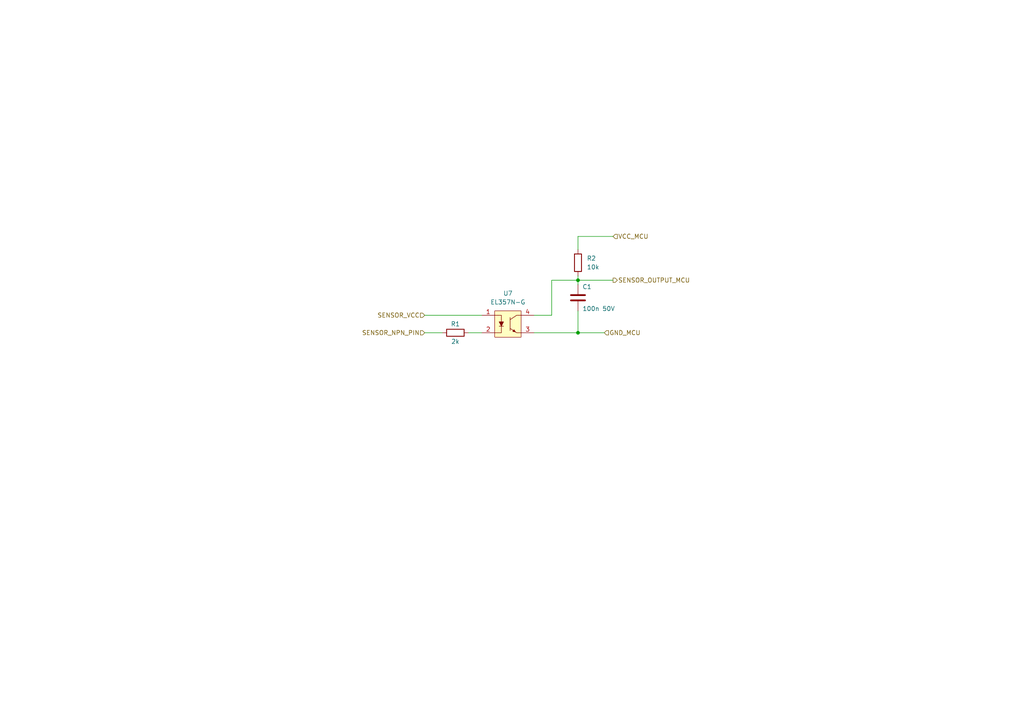
<source format=kicad_sch>
(kicad_sch (version 20211123) (generator eeschema)
  (paper "A4")
  (lib_symbols
    (symbol "Device:C" (pin_numbers hide) (pin_names (offset 0.254))
      (property "Reference" "C" (at 0.635 2.54 0))
      (property "Value" "C" (at 0.635 -2.54 0))
      (symbol "C_0_1"
        (polyline (pts (xy -2.032 -0.762) (xy 2.032 -0.762)) (stroke (width 0.508)))
        (polyline (pts (xy -2.032 0.762) (xy 2.032 0.762)) (stroke (width 0.508)))
      )
      (symbol "C_1_1"
        (pin passive line (at 0 3.81 270) (length 2.794) (name "~") (number "1"))
        (pin passive line (at 0 -3.81 90) (length 2.794) (name "~") (number "2"))
      )
    )
    (symbol "Device:R" (pin_numbers hide) (pin_names (offset 0))
      (property "Reference" "R" (at 2.032 0 90))
      (property "Value" "R" (at 0 0 90))
      (symbol "R_0_1"
        (rectangle (start -1.016 -2.54) (end 1.016 2.54) (stroke (width 0.254)))
      )
      (symbol "R_1_1"
        (pin passive line (at 0 3.81 270) (length 1.27) (name "~") (number "1"))
        (pin passive line (at 0 -3.81 90) (length 1.27) (name "~") (number "2"))
      )
    )
    (symbol "PersonnalSymbolLibrary:EL357N-G"
      (property "Reference" "U" (at -1.27 7.62 0))
      (property "Value" "EL357N-G" (at 0 5.08 0))
      (symbol "EL357N-G_0_1"
        (rectangle (start -3.81 3.81) (end 3.81 -3.81) (fill (type background)))
        (polyline (pts (xy -2.54 -0.635) (xy -1.27 -0.635)))
        (polyline (pts (xy 0.635 1.905) (xy 0.635 -1.905)))
        (polyline (pts (xy -3.81 -2.54) (xy -1.905 -2.54) (xy -1.905 -0.635)))
        (polyline (pts (xy -3.81 2.54) (xy -1.905 2.54) (xy -1.905 0.635)))
        (polyline (pts (xy 0.635 -1.27) (xy 2.54 -2.54) (xy 3.81 -2.54)))
        (polyline (pts (xy 0.635 1.27) (xy 2.54 2.54) (xy 3.81 2.54)))
        (polyline (pts (xy -2.54 0.635) (xy -1.27 0.635) (xy -1.905 -0.635) (xy -2.54 0.635)) (fill (type outline)))
        (polyline (pts (xy 2.159 -2.286) (xy 1.778 -1.651) (xy 1.397 -2.159) (xy 2.159 -2.286)) (fill (type outline)))
      )
      (symbol "EL357N-G_1_1"
        (pin passive line (at -7.62 2.54 0) (length 3.81) (name "~") (number "1"))
        (pin passive line (at -7.62 -2.54 0) (length 3.81) (name "~") (number "2"))
        (pin passive line (at 7.62 -2.54 180) (length 3.81) (name "~") (number "3"))
        (pin passive line (at 7.62 2.54 180) (length 3.81) (name "~") (number "4"))
      )
    )
  )
  (junction (at 167.64 81.28))
  (junction (at 167.64 96.52))
  (wire (pts (xy 167.64 68.58) (xy 177.8 68.58)))
  (wire (pts (xy 167.64 81.28) (xy 167.64 82.55)))
  (wire (pts (xy 167.64 68.58) (xy 167.64 72.39)))
  (wire (pts (xy 167.64 80.01) (xy 167.64 81.28)))
  (wire (pts (xy 154.94 91.44) (xy 160.02 91.44)))
  (wire (pts (xy 160.02 91.44) (xy 160.02 81.28)))
  (wire (pts (xy 123.19 91.44) (xy 139.7 91.44)))
  (wire (pts (xy 123.19 96.52) (xy 128.27 96.52)))
  (wire (pts (xy 154.94 96.52) (xy 167.64 96.52)))
  (wire (pts (xy 167.64 96.52) (xy 175.26 96.52)))
  (wire (pts (xy 167.64 81.28) (xy 177.8 81.28)))
  (wire (pts (xy 135.89 96.52) (xy 139.7 96.52)))
  (wire (pts (xy 160.02 81.28) (xy 167.64 81.28)))
  (wire (pts (xy 167.64 90.17) (xy 167.64 96.52)))
  (hierarchical_label "SENSOR_NPN_PIN" (shape input) (at 123.19 96.52 180))
  (hierarchical_label "VCC_MCU" (shape input) (at 177.8 68.58 0))
  (hierarchical_label "SENSOR_VCC" (shape input) (at 123.19 91.44 180))
  (hierarchical_label "SENSOR_OUTPUT_MCU" (shape output) (at 177.8 81.28 0))
  (hierarchical_label "GND_MCU" (shape input) (at 175.26 96.52 0))
  (symbol (lib_id "Device:R") (at 132.08 96.52 90) (mirror x) (unit 1)
    (property "Reference" "R1" (at 132.08 93.98 90))
    (property "Value" "2k" (at 132.08 99.06 90))
    (property "Footprint" "Resistor_SMD:R_1206_3216Metric" (effects hide))
    (property "LCSC" "C17944" (effects hide))
  )
  (symbol (lib_id "Device:R") (at 167.64 76.2 0) (unit 1)
    (property "Reference" "R2" (at 170.18 74.9299 0) (effects (justify left)))
    (property "Value" "10k" (at 170.18 77.4699 0) (effects (justify left)))
    (property "Footprint" "Resistor_SMD:R_0402_1005Metric_Pad0.72x0.64mm_HandSolder" (effects hide))
    (property "LCSC" "C25744" (effects hide))
  )
  (symbol (lib_id "Device:C") (at 167.64 86.36 0) (unit 1)
    (property "Reference" "C1" (at 168.91 83.1849 0) (effects (justify left)))
    (property "Value" "100n 50V" (at 168.91 89.5349 0) (effects (justify left)))
    (property "Footprint" "Capacitor_SMD:C_0402_1005Metric" (effects hide))
    (property "LCSC" "C307331" (effects hide))
  )
  (symbol (lib_id "PersonnalSymbolLibrary:EL357N-G") (at 147.32 93.98 0) (unit 1)
    (property "Reference" "U7" (at 147.32 85.09 0))
    (property "Value" "EL357N-G" (at 147.32 87.63 0))
    (property "Footprint" "ELM357N-G:SOP254P700X200-4N" (effects hide))
    (property "LCSC" "C29981" (effects hide))
  )
)
</source>
